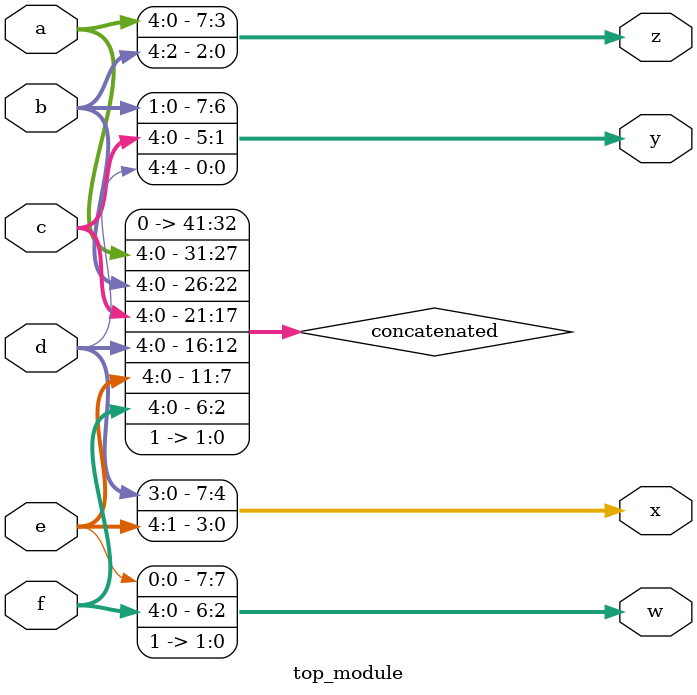
<source format=sv>
module top_module (
    input [4:0] a,
    input [4:0] b,
    input [4:0] c,
    input [4:0] d,
    input [4:0] e,
    input [4:0] f,
    output [7:0] w,
    output [7:0] x,
    output [7:0] y,
    output [7:0] z
);
    // Concatenating inputs and 2'b11
    wire [41:0] concatenated = {a, b, c, d, e, f, 2'b11};
    
    // Assigning to outputs by slicing the concatenation
    assign w = concatenated[7:0];
    assign x = concatenated[15:8];
    assign y = concatenated[23:16];
    assign z = concatenated[31:24];

endmodule

</source>
